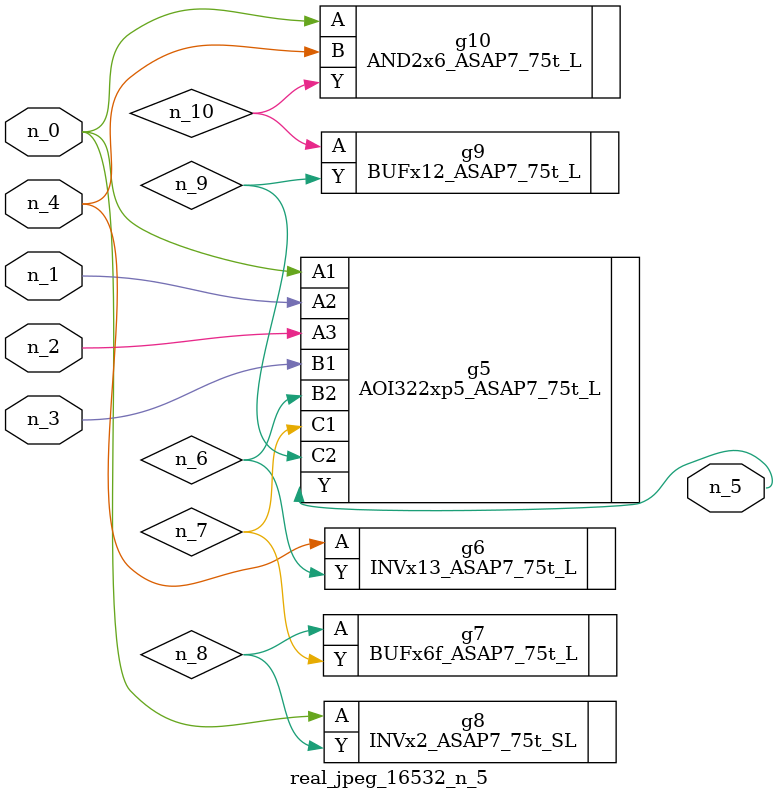
<source format=v>
module real_jpeg_16532_n_5 (n_4, n_0, n_1, n_2, n_3, n_5);

input n_4;
input n_0;
input n_1;
input n_2;
input n_3;

output n_5;

wire n_8;
wire n_6;
wire n_7;
wire n_10;
wire n_9;

AOI322xp5_ASAP7_75t_L g5 ( 
.A1(n_0),
.A2(n_1),
.A3(n_2),
.B1(n_3),
.B2(n_6),
.C1(n_7),
.C2(n_9),
.Y(n_5)
);

INVx2_ASAP7_75t_SL g8 ( 
.A(n_0),
.Y(n_8)
);

AND2x6_ASAP7_75t_L g10 ( 
.A(n_0),
.B(n_4),
.Y(n_10)
);

INVx13_ASAP7_75t_L g6 ( 
.A(n_4),
.Y(n_6)
);

BUFx6f_ASAP7_75t_L g7 ( 
.A(n_8),
.Y(n_7)
);

BUFx12_ASAP7_75t_L g9 ( 
.A(n_10),
.Y(n_9)
);


endmodule
</source>
